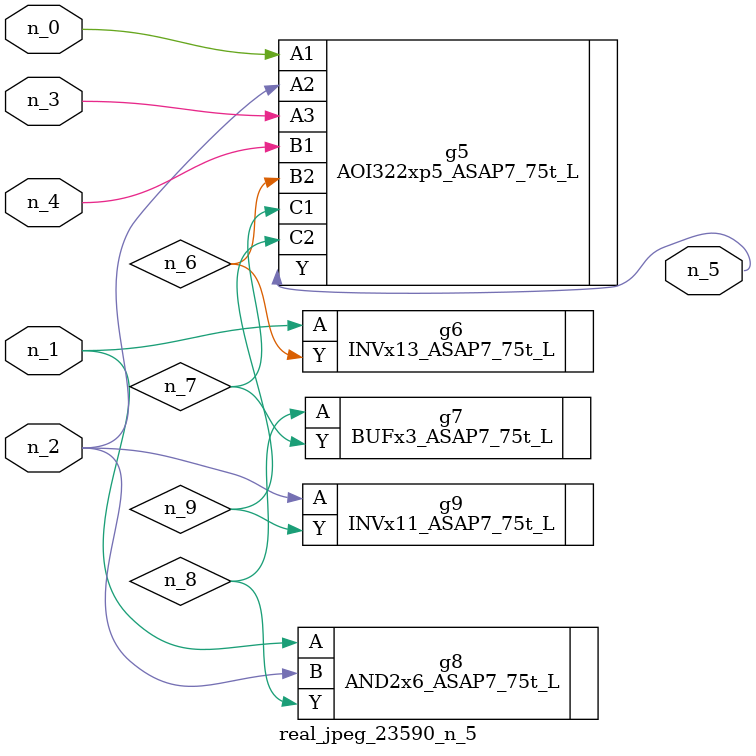
<source format=v>
module real_jpeg_23590_n_5 (n_4, n_0, n_1, n_2, n_3, n_5);

input n_4;
input n_0;
input n_1;
input n_2;
input n_3;

output n_5;

wire n_8;
wire n_6;
wire n_7;
wire n_9;

AOI322xp5_ASAP7_75t_L g5 ( 
.A1(n_0),
.A2(n_2),
.A3(n_3),
.B1(n_4),
.B2(n_6),
.C1(n_7),
.C2(n_9),
.Y(n_5)
);

INVx13_ASAP7_75t_L g6 ( 
.A(n_1),
.Y(n_6)
);

AND2x6_ASAP7_75t_L g8 ( 
.A(n_1),
.B(n_2),
.Y(n_8)
);

INVx11_ASAP7_75t_L g9 ( 
.A(n_2),
.Y(n_9)
);

BUFx3_ASAP7_75t_L g7 ( 
.A(n_8),
.Y(n_7)
);


endmodule
</source>
